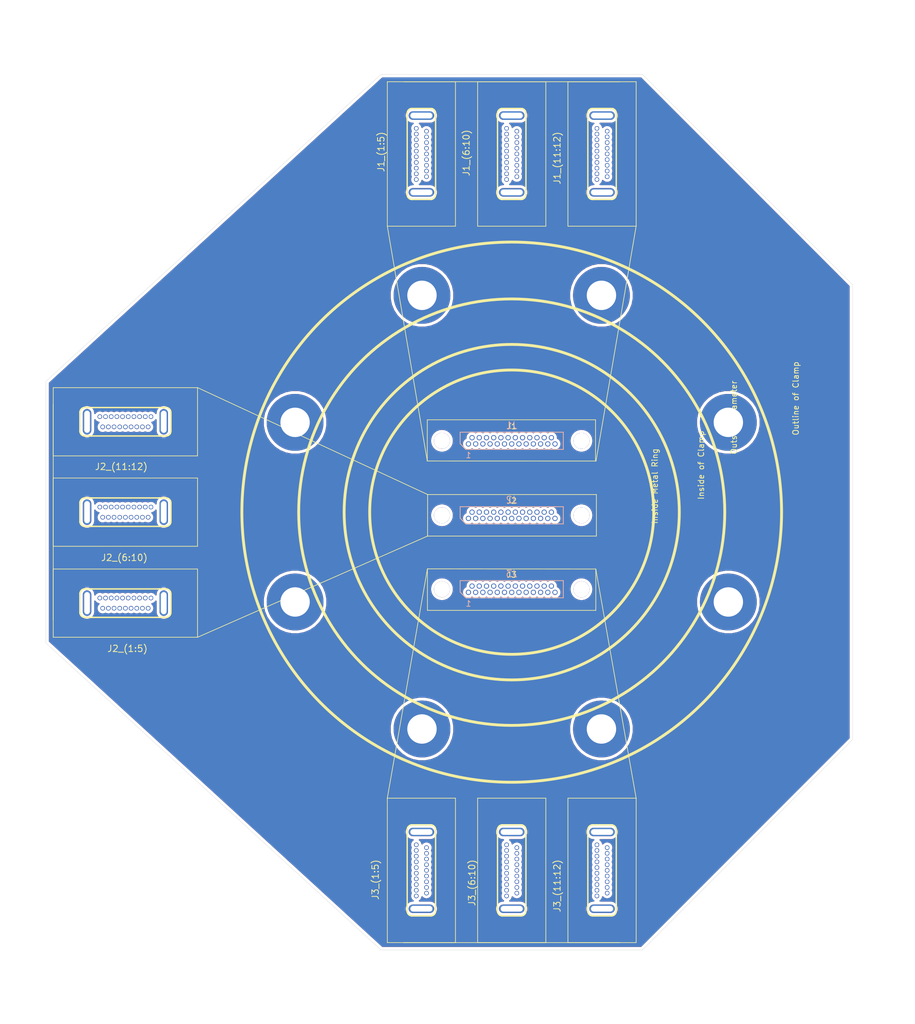
<source format=kicad_pcb>
(kicad_pcb (version 20171130) (host pcbnew "(5.1.9)-1")
  (layers (0 F.Cu signal) (1 In1.Cu signal) (2 In2.Cu signal) (31 B.Cu signal) (34 B.Paste user) (35 F.Paste user) (36 B.SilkS user) (37 F.SilkS user) (38 B.Mask user) (39 F.Mask user) (44 Edge.Cuts user))
  (net 0 "")
  (net 1 "Net-(J1-Pad19)")
  (net 2 "Net-(J1-Pad18)")
  (net 3 "Net-(J1-Pad17)")
  (net 4 "Net-(J1-Pad16)")
  (net 5 "Net-(J1-Pad15)")
  (net 6 "Net-(J1-Pad14)")
  (net 7 "Net-(J1-Pad13)")
  (net 8 "Net-(J1-Pad12)")
  (net 9 "Net-(J1-Pad11)")
  (net 10 "Net-(J1-Pad10)")
  (net 11 "Net-(J1-Pad9)")
  (net 12 "Net-(J1-Pad8)")
  (net 13 "Net-(J1-Pad7)")
  (net 14 "Net-(J1-Pad6)")
  (net 15 "Net-(J1-Pad5)")
  (net 16 "Net-(J1-Pad4)")
  (net 17 "Net-(J1-Pad3)")
  (net 18 "Net-(J1-Pad2)")
  (net 19 "Net-(J1-Pad1)")
  (net 20 "Net-(J2-Pad1)")
  (net 21 "Net-(J2-Pad2)")
  (net 22 "Net-(J2-Pad3)")
  (net 23 "Net-(J2-Pad4)")
  (net 24 "Net-(J2-Pad5)")
  (net 25 "Net-(J2-Pad6)")
  (net 26 "Net-(J2-Pad7)")
  (net 27 "Net-(J2-Pad8)")
  (net 28 "Net-(J2-Pad9)")
  (net 29 "Net-(J2-Pad10)")
  (net 30 "Net-(J2-Pad11)")
  (net 31 "Net-(J2-Pad12)")
  (net 32 "Net-(J2-Pad13)")
  (net 33 "Net-(J2-Pad14)")
  (net 34 "Net-(J2-Pad15)")
  (net 35 "Net-(J2-Pad16)")
  (net 36 "Net-(J2-Pad17)")
  (net 37 "Net-(J2-Pad18)")
  (net 38 "Net-(J2-Pad19)")
  (net 39 "Net-(J3-Pad1)")
  (net 40 "Net-(J3-Pad2)")
  (net 41 "Net-(J3-Pad3)")
  (net 42 "Net-(J3-Pad4)")
  (net 43 "Net-(J3-Pad5)")
  (net 44 "Net-(J3-Pad6)")
  (net 45 "Net-(J3-Pad7)")
  (net 46 "Net-(J3-Pad8)")
  (net 47 "Net-(J3-Pad9)")
  (net 48 "Net-(J3-Pad10)")
  (net 49 "Net-(J3-Pad11)")
  (net 50 "Net-(J3-Pad12)")
  (net 51 "Net-(J3-Pad13)")
  (net 52 "Net-(J3-Pad14)")
  (net 53 "Net-(J3-Pad15)")
  (net 54 "Net-(J3-Pad16)")
  (net 55 "Net-(J3-Pad17)")
  (net 56 "Net-(J3-Pad18)")
  (net 57 "Net-(J3-Pad19)")
  (net 58 "Net-(J4-Pad13)")
  (net 59 "Net-(J5-Pad1)")
  (net 60 "Net-(J5-Pad2)")
  (net 61 "Net-(J5-Pad3)")
  (net 62 "Net-(J5-Pad4)")
  (net 63 "Net-(J5-Pad5)")
  (net 64 "Net-(J5-Pad6)")
  (net 65 "Net-(J5-Pad7)")
  (net 66 "Net-(J5-Pad8)")
  (net 67 "Net-(J5-Pad9)")
  (net 68 "Net-(J5-Pad10)")
  (net 69 "Net-(J5-Pad11)")
  (net 70 "Net-(J5-Pad12)")
  (net 71 "Net-(J5-Pad13)")
  (net 72 "Net-(J5-Pad14)")
  (net 73 "Net-(J5-Pad15)")
  (net 74 "Net-(J5-Pad16)")
  (net 75 "Net-(J5-Pad17)")
  (net 76 "Net-(J5-Pad18)")
  (net 77 "Net-(J5-Pad19)")
  (net 78 "Net-(J6-Pad19)")
  (net 79 "Net-(J6-Pad18)")
  (net 80 "Net-(J6-Pad17)")
  (net 81 "Net-(J6-Pad16)")
  (net 82 "Net-(J6-Pad15)")
  (net 83 "Net-(J6-Pad14)")
  (net 84 "Net-(J6-Pad13)")
  (net 85 "Net-(J6-Pad12)")
  (net 86 "Net-(J6-Pad11)")
  (net 87 "Net-(J6-Pad10)")
  (net 88 "Net-(J6-Pad9)")
  (net 89 "Net-(J6-Pad8)")
  (net 90 "Net-(J6-Pad7)")
  (net 91 "Net-(J6-Pad6)")
  (net 92 "Net-(J6-Pad5)")
  (net 93 "Net-(J6-Pad4)")
  (net 94 "Net-(J6-Pad3)")
  (net 95 "Net-(J6-Pad2)")
  (net 96 "Net-(J6-Pad1)")
  (net 97 "Net-(J7-Pad19)")
  (net 98 "Net-(J7-Pad18)")
  (net 99 "Net-(J7-Pad17)")
  (net 100 "Net-(J7-Pad16)")
  (net 101 "Net-(J7-Pad15)")
  (net 102 "Net-(J7-Pad14)")
  (net 103 "Net-(J7-Pad13)")
  (net 104 "Net-(J7-Pad12)")
  (net 105 "Net-(J7-Pad11)")
  (net 106 "Net-(J7-Pad10)")
  (net 107 "Net-(J7-Pad9)")
  (net 108 "Net-(J7-Pad8)")
  (net 109 "Net-(J7-Pad7)")
  (net 110 "Net-(J7-Pad6)")
  (net 111 "Net-(J7-Pad5)")
  (net 112 "Net-(J7-Pad4)")
  (net 113 "Net-(J7-Pad3)")
  (net 114 "Net-(J7-Pad2)")
  (net 115 "Net-(J7-Pad1)")
  (net 116 "Net-(J8-Pad13)")
  (net 117 "Net-(J12-Pad23)")
  (net 118 "Net-(J9-Pad18)")
  (net 119 "Net-(J9-Pad17)")
  (net 120 "Net-(J9-Pad16)")
  (net 121 "Net-(J9-Pad15)")
  (net 122 "Net-(J12-Pad10)")
  (net 123 "Net-(J9-Pad13)")
  (net 124 "Net-(J12-Pad22)")
  (net 125 "Net-(J9-Pad11)")
  (net 126 "Net-(J12-Pad9)")
  (net 127 "Net-(J12-Pad21)")
  (net 128 "Net-(J9-Pad8)")
  (net 129 "Net-(J12-Pad8)")
  (net 130 "Net-(J12-Pad20)")
  (net 131 "Net-(J9-Pad5)")
  (net 132 "Net-(J12-Pad7)")
  (net 133 "Net-(J12-Pad19)")
  (net 134 "Net-(J9-Pad2)")
  (net 135 "Net-(J12-Pad6)")
  (net 136 "Net-(J10-Pad1)")
  (net 137 "Net-(J10-Pad2)")
  (net 138 "Net-(J10-Pad3)")
  (net 139 "Net-(J10-Pad4)")
  (net 140 "Net-(J10-Pad5)")
  (net 141 "Net-(J10-Pad6)")
  (net 142 "Net-(J10-Pad7)")
  (net 143 "Net-(J10-Pad8)")
  (net 144 "Net-(J10-Pad9)")
  (net 145 "Net-(J10-Pad10)")
  (net 146 "Net-(J10-Pad11)")
  (net 147 "Net-(J10-Pad12)")
  (net 148 "Net-(J10-Pad13)")
  (net 149 "Net-(J10-Pad14)")
  (net 150 "Net-(J10-Pad15)")
  (net 151 "Net-(J10-Pad16)")
  (net 152 "Net-(J10-Pad17)")
  (net 153 "Net-(J10-Pad18)")
  (net 154 "Net-(J10-Pad19)")
  (net 155 "Net-(J11-Pad1)")
  (net 156 "Net-(J11-Pad2)")
  (net 157 "Net-(J11-Pad3)")
  (net 158 "Net-(J11-Pad4)")
  (net 159 "Net-(J11-Pad5)")
  (net 160 "Net-(J11-Pad6)")
  (net 161 "Net-(J11-Pad7)")
  (net 162 "Net-(J11-Pad8)")
  (net 163 "Net-(J11-Pad9)")
  (net 164 "Net-(J11-Pad10)")
  (net 165 "Net-(J11-Pad11)")
  (net 166 "Net-(J11-Pad12)")
  (net 167 "Net-(J11-Pad13)")
  (net 168 "Net-(J11-Pad14)")
  (net 169 "Net-(J11-Pad15)")
  (net 170 "Net-(J11-Pad16)")
  (net 171 "Net-(J11-Pad17)")
  (net 172 "Net-(J11-Pad18)")
  (net 173 "Net-(J11-Pad19)")
  (net 174 "Net-(J12-Pad13)")
  (net 175 "Net-(J13-Pad1)")
  (module Connector:KF50_Print (layer F.Cu) (at 0 0)
    (fp_text reference J2 (at 0 -2) (layer F.SilkS))
    (fp_text value Conn_01x08)
    (fp_text user "Inside Metal Ring" (at 25.2 -4.57 90) (layer F.SilkS))
    (fp_text user "Outside Diameter" (at 39.11 -16.65 90) (layer F.SilkS))
    (fp_text user "Inside of Clamp" (at 33.34 -8.28 90) (layer F.SilkS))
    (fp_text user "Outline of Clamp" (at 50 -20 90) (layer F.SilkS))
    (pad 1 thru_hole circle (at 15.795259 38.133128 45) (size 10 10) (drill 5.17) (layers *.Cu *.Mask) (net 175 "Net-(J13-Pad1)"))
    (pad 2 thru_hole circle (at 38.133128 15.795259 45) (size 10 10) (drill 5.17) (layers *.Cu *.Mask) (net 175 "Net-(J13-Pad1)"))
    (pad 3 thru_hole circle (at 38.133128 -15.795259 45) (size 10 10) (drill 5.17) (layers *.Cu *.Mask) (net 175 "Net-(J13-Pad1)"))
    (pad 4 thru_hole circle (at 15.795259 -38.133128 45) (size 10 10) (drill 5.17) (layers *.Cu *.Mask) (net 175 "Net-(J13-Pad1)"))
    (pad 5 thru_hole circle (at -15.795259 -38.133128 45) (size 10 10) (drill 5.17) (layers *.Cu *.Mask) (net 175 "Net-(J13-Pad1)"))
    (pad 6 thru_hole circle (at -38.133128 -15.795259 45) (size 10 10) (drill 5.17) (layers *.Cu *.Mask) (net 175 "Net-(J13-Pad1)"))
    (pad 7 thru_hole circle (at -38.133128 15.795259 45) (size 10 10) (drill 5.17) (layers *.Cu *.Mask) (net 175 "Net-(J13-Pad1)"))
    (pad 8 thru_hole circle (at -15.795259 38.133128 45) (size 10 10) (drill 5.17) (layers *.Cu *.Mask) (net 175 "Net-(J13-Pad1)"))
  )
  (module Connector:HDMI-Vertical-Male-JLBPCB (layer F.Cu) (at 0 -63 270)
    (fp_text reference "J1_(6:10)" (at 4 8 90) (layer F.SilkS) (effects (font (size 1.143 1.143) (thickness 0.152)) (justify left)))
    (fp_text value HDMI_A_1.4 hide)
    (pad 0 thru_hole oval (at -6.75 0 270) (size 1.5 4.5) (drill oval 1 3.9) (layers *.Cu *.Mask))
    (pad 0 thru_hole oval (at 6.75 0 270) (size 1.5 4.5) (drill oval 1 3.9) (layers *.Cu *.Mask))
    (pad 19 thru_hole circle (at -4.5 0.9 270) (size 0.8 0.8) (drill 0.55) (layers *.Cu *.Mask) (net 1 "Net-(J1-Pad19)"))
    (pad 18 thru_hole circle (at -4 -0.9 270) (size 0.8 0.8) (drill 0.55) (layers *.Cu *.Mask) (net 2 "Net-(J1-Pad18)"))
    (pad 17 thru_hole circle (at -3.5 0.9 270) (size 0.8 0.8) (drill 0.55) (layers *.Cu *.Mask) (net 3 "Net-(J1-Pad17)"))
    (pad 16 thru_hole circle (at -3 -0.9 270) (size 0.8 0.8) (drill 0.55) (layers *.Cu *.Mask) (net 4 "Net-(J1-Pad16)"))
    (pad 15 thru_hole circle (at -2.5 0.9 270) (size 0.8 0.8) (drill 0.55) (layers *.Cu *.Mask) (net 5 "Net-(J1-Pad15)"))
    (pad 14 thru_hole circle (at -2 -0.9 270) (size 0.8 0.8) (drill 0.55) (layers *.Cu *.Mask) (net 6 "Net-(J1-Pad14)"))
    (pad 13 thru_hole circle (at -1.5 0.9 270) (size 0.8 0.8) (drill 0.55) (layers *.Cu *.Mask) (net 7 "Net-(J1-Pad13)"))
    (pad 12 thru_hole circle (at -1 -0.9 270) (size 0.8 0.8) (drill 0.55) (layers *.Cu *.Mask) (net 8 "Net-(J1-Pad12)"))
    (pad 11 thru_hole circle (at -0.5 0.9 270) (size 0.8 0.8) (drill 0.55) (layers *.Cu *.Mask) (net 9 "Net-(J1-Pad11)"))
    (pad 10 thru_hole circle (at 0 -0.9 270) (size 0.8 0.8) (drill 0.55) (layers *.Cu *.Mask) (net 10 "Net-(J1-Pad10)"))
    (pad 9 thru_hole circle (at 0.5 0.9 270) (size 0.8 0.8) (drill 0.55) (layers *.Cu *.Mask) (net 11 "Net-(J1-Pad9)"))
    (pad 8 thru_hole circle (at 1 -0.9 270) (size 0.8 0.8) (drill 0.55) (layers *.Cu *.Mask) (net 12 "Net-(J1-Pad8)"))
    (pad 7 thru_hole circle (at 1.5 0.9 270) (size 0.8 0.8) (drill 0.55) (layers *.Cu *.Mask) (net 13 "Net-(J1-Pad7)"))
    (pad 6 thru_hole circle (at 2 -0.9 270) (size 0.8 0.8) (drill 0.55) (layers *.Cu *.Mask) (net 14 "Net-(J1-Pad6)"))
    (pad 5 thru_hole circle (at 2.5 0.9 270) (size 0.8 0.8) (drill 0.55) (layers *.Cu *.Mask) (net 15 "Net-(J1-Pad5)"))
    (pad 4 thru_hole circle (at 3 -0.9 270) (size 0.8 0.8) (drill 0.55) (layers *.Cu *.Mask) (net 16 "Net-(J1-Pad4)"))
    (pad 3 thru_hole circle (at 3.5 0.9 270) (size 0.8 0.8) (drill 0.55) (layers *.Cu *.Mask) (net 17 "Net-(J1-Pad3)"))
    (pad 2 thru_hole circle (at 4 -0.9 270) (size 0.8 0.8) (drill 0.55) (layers *.Cu *.Mask) (net 18 "Net-(J1-Pad2)"))
    (pad 1 thru_hole circle (at 4.5 0.9 270) (size 0.8 0.8) (drill 0.55) (layers *.Cu *.Mask) (net 19 "Net-(J1-Pad1)"))
  )
  (module Connector:Norcomp-380-025-113L001-microd_NoLeads (layer B.Cu) (at 0 -12.55)
    (fp_text reference J1 (at 0 -2.71) (layer B.SilkS) (effects (font (size 1.2 1.2)) (justify mirror)))
    (fp_text value DB25_Male)
    (fp_text user J1 (at 0 -2.55) (layer F.SilkS))
    (fp_text user 1 (at -7.62 2.54) (layer B.SilkS) (effects (justify mirror)))
    (pad 27 thru_hole oval (at -12.275 0) (size 2.81 2.81) (drill 2.81) (layers *.Cu *.Mask))
    (pad 26 thru_hole oval (at 12.275 0) (size 2.81 2.81) (drill 2.81) (layers *.Cu *.Mask))
    (pad 13 thru_hole oval (at 7.62 0.55) (size 0.92 0.92) (drill 0.61) (layers *.Cu *.Mask) (net 58 "Net-(J4-Pad13)"))
    (pad 25 thru_hole oval (at 6.985 -0.55) (size 0.92 0.92) (drill 0.61) (layers *.Cu *.Mask) (net 44 "Net-(J3-Pad6)"))
    (pad 12 thru_hole oval (at 6.35 0.55) (size 0.92 0.92) (drill 0.61) (layers *.Cu *.Mask) (net 42 "Net-(J3-Pad4)"))
    (pad 24 thru_hole oval (at 5.715 -0.55) (size 0.92 0.92) (drill 0.61) (layers *.Cu *.Mask) (net 41 "Net-(J3-Pad3)"))
    (pad 11 thru_hole oval (at 5.08 0.55) (size 0.92 0.92) (drill 0.61) (layers *.Cu *.Mask) (net 39 "Net-(J3-Pad1)"))
    (pad 23 thru_hole oval (at 4.445 -0.55) (size 0.92 0.92) (drill 0.61) (layers *.Cu *.Mask) (net 1 "Net-(J1-Pad19)"))
    (pad 10 thru_hole oval (at 3.81 0.55) (size 0.92 0.92) (drill 0.61) (layers *.Cu *.Mask) (net 6 "Net-(J1-Pad14)"))
    (pad 22 thru_hole oval (at 3.175 -0.55) (size 0.92 0.92) (drill 0.61) (layers *.Cu *.Mask) (net 8 "Net-(J1-Pad12)"))
    (pad 9 thru_hole oval (at 2.54 0.55) (size 0.92 0.92) (drill 0.61) (layers *.Cu *.Mask) (net 10 "Net-(J1-Pad10)"))
    (pad 21 thru_hole oval (at 1.905 -0.55) (size 0.92 0.92) (drill 0.61) (layers *.Cu *.Mask) (net 11 "Net-(J1-Pad9)"))
    (pad 8 thru_hole oval (at 1.27 0.55) (size 0.92 0.92) (drill 0.61) (layers *.Cu *.Mask) (net 13 "Net-(J1-Pad7)"))
    (pad 20 thru_hole oval (at 0.635 -0.55) (size 0.92 0.92) (drill 0.61) (layers *.Cu *.Mask) (net 14 "Net-(J1-Pad6)"))
    (pad 7 thru_hole oval (at 0 0.55) (size 0.92 0.92) (drill 0.61) (layers *.Cu *.Mask) (net 16 "Net-(J1-Pad4)"))
    (pad 19 thru_hole oval (at -0.635 -0.55) (size 0.92 0.92) (drill 0.61) (layers *.Cu *.Mask) (net 17 "Net-(J1-Pad3)"))
    (pad 6 thru_hole oval (at -1.27 0.55) (size 0.92 0.92) (drill 0.61) (layers *.Cu *.Mask) (net 19 "Net-(J1-Pad1)"))
    (pad 18 thru_hole oval (at -1.905 -0.55) (size 0.92 0.92) (drill 0.61) (layers *.Cu *.Mask) (net 38 "Net-(J2-Pad19)"))
    (pad 5 thru_hole oval (at -2.54 0.55) (size 0.92 0.92) (drill 0.61) (layers *.Cu *.Mask) (net 33 "Net-(J2-Pad14)"))
    (pad 17 thru_hole oval (at -3.175 -0.55) (size 0.92 0.92) (drill 0.61) (layers *.Cu *.Mask) (net 31 "Net-(J2-Pad12)"))
    (pad 4 thru_hole oval (at -3.81 0.55) (size 0.92 0.92) (drill 0.61) (layers *.Cu *.Mask) (net 29 "Net-(J2-Pad10)"))
    (pad 16 thru_hole oval (at -4.445 -0.55) (size 0.92 0.92) (drill 0.61) (layers *.Cu *.Mask) (net 28 "Net-(J2-Pad9)"))
    (pad 3 thru_hole oval (at -5.08 0.55) (size 0.92 0.92) (drill 0.61) (layers *.Cu *.Mask) (net 26 "Net-(J2-Pad7)"))
    (pad 15 thru_hole oval (at -5.715 -0.55) (size 0.92 0.92) (drill 0.61) (layers *.Cu *.Mask) (net 25 "Net-(J2-Pad6)"))
    (pad 2 thru_hole oval (at -6.35 0.55) (size 0.92 0.92) (drill 0.61) (layers *.Cu *.Mask) (net 23 "Net-(J2-Pad4)"))
    (pad 14 thru_hole oval (at -6.985 -0.55) (size 0.92 0.92) (drill 0.61) (layers *.Cu *.Mask) (net 22 "Net-(J2-Pad3)"))
    (pad 1 thru_hole oval (at -7.62 0.55) (size 0.92 0.92) (drill 0.61) (layers *.Cu *.Mask) (net 20 "Net-(J2-Pad1)"))
  )
  (module Connector:HDMI-Vertical-Male-JLBPCB (layer F.Cu) (at 0 63 270)
    (fp_text reference "J3_(6:10)" (at -2 7 90) (layer F.SilkS) (effects (font (size 1.143 1.143) (thickness 0.152)) (justify right)))
    (fp_text value HDMI_A_1.4 hide)
    (pad 0 thru_hole oval (at -6.75 0 270) (size 1.5 4.5) (drill oval 1 3.9) (layers *.Cu *.Mask))
    (pad 0 thru_hole oval (at 6.75 0 270) (size 1.5 4.5) (drill oval 1 3.9) (layers *.Cu *.Mask))
    (pad 19 thru_hole circle (at -4.5 0.9 270) (size 0.8 0.8) (drill 0.55) (layers *.Cu *.Mask) (net 117 "Net-(J12-Pad23)"))
    (pad 18 thru_hole circle (at -4 -0.9 270) (size 0.8 0.8) (drill 0.55) (layers *.Cu *.Mask) (net 118 "Net-(J9-Pad18)"))
    (pad 17 thru_hole circle (at -3.5 0.9 270) (size 0.8 0.8) (drill 0.55) (layers *.Cu *.Mask) (net 119 "Net-(J9-Pad17)"))
    (pad 16 thru_hole circle (at -3 -0.9 270) (size 0.8 0.8) (drill 0.55) (layers *.Cu *.Mask) (net 120 "Net-(J9-Pad16)"))
    (pad 15 thru_hole circle (at -2.5 0.9 270) (size 0.8 0.8) (drill 0.55) (layers *.Cu *.Mask) (net 121 "Net-(J9-Pad15)"))
    (pad 14 thru_hole circle (at -2 -0.9 270) (size 0.8 0.8) (drill 0.55) (layers *.Cu *.Mask) (net 122 "Net-(J12-Pad10)"))
    (pad 13 thru_hole circle (at -1.5 0.9 270) (size 0.8 0.8) (drill 0.55) (layers *.Cu *.Mask) (net 123 "Net-(J9-Pad13)"))
    (pad 12 thru_hole circle (at -1 -0.9 270) (size 0.8 0.8) (drill 0.55) (layers *.Cu *.Mask) (net 124 "Net-(J12-Pad22)"))
    (pad 11 thru_hole circle (at -0.5 0.9 270) (size 0.8 0.8) (drill 0.55) (layers *.Cu *.Mask) (net 125 "Net-(J9-Pad11)"))
    (pad 10 thru_hole circle (at 0 -0.9 270) (size 0.8 0.8) (drill 0.55) (layers *.Cu *.Mask) (net 126 "Net-(J12-Pad9)"))
    (pad 9 thru_hole circle (at 0.5 0.9 270) (size 0.8 0.8) (drill 0.55) (layers *.Cu *.Mask) (net 127 "Net-(J12-Pad21)"))
    (pad 8 thru_hole circle (at 1 -0.9 270) (size 0.8 0.8) (drill 0.55) (layers *.Cu *.Mask) (net 128 "Net-(J9-Pad8)"))
    (pad 7 thru_hole circle (at 1.5 0.9 270) (size 0.8 0.8) (drill 0.55) (layers *.Cu *.Mask) (net 129 "Net-(J12-Pad8)"))
    (pad 6 thru_hole circle (at 2 -0.9 270) (size 0.8 0.8) (drill 0.55) (layers *.Cu *.Mask) (net 130 "Net-(J12-Pad20)"))
    (pad 5 thru_hole circle (at 2.5 0.9 270) (size 0.8 0.8) (drill 0.55) (layers *.Cu *.Mask) (net 131 "Net-(J9-Pad5)"))
    (pad 4 thru_hole circle (at 3 -0.9 270) (size 0.8 0.8) (drill 0.55) (layers *.Cu *.Mask) (net 132 "Net-(J12-Pad7)"))
    (pad 3 thru_hole circle (at 3.5 0.9 270) (size 0.8 0.8) (drill 0.55) (layers *.Cu *.Mask) (net 133 "Net-(J12-Pad19)"))
    (pad 2 thru_hole circle (at 4 -0.9 270) (size 0.8 0.8) (drill 0.55) (layers *.Cu *.Mask) (net 134 "Net-(J9-Pad2)"))
    (pad 1 thru_hole circle (at 4.5 0.9 270) (size 0.8 0.8) (drill 0.55) (layers *.Cu *.Mask) (net 135 "Net-(J12-Pad6)"))
  )
  (module Connector:HDMI-Vertical-Male-JLBPCB (layer F.Cu) (at 15.9 63 270)
    (fp_text reference "J3_(11:12)" (at -2 7.9 90) (layer F.SilkS) (effects (font (size 1.143 1.143) (thickness 0.152)) (justify right)))
    (fp_text value HDMI_A_1.4 hide)
    (pad 0 thru_hole oval (at -6.75 0 270) (size 1.5 4.5) (drill oval 1 3.9) (layers *.Cu *.Mask))
    (pad 0 thru_hole oval (at 6.75 0 270) (size 1.5 4.5) (drill oval 1 3.9) (layers *.Cu *.Mask))
    (pad 19 thru_hole circle (at -4.5 0.9 270) (size 0.8 0.8) (drill 0.55) (layers *.Cu *.Mask) (net 173 "Net-(J11-Pad19)"))
    (pad 18 thru_hole circle (at -4 -0.9 270) (size 0.8 0.8) (drill 0.55) (layers *.Cu *.Mask) (net 172 "Net-(J11-Pad18)"))
    (pad 17 thru_hole circle (at -3.5 0.9 270) (size 0.8 0.8) (drill 0.55) (layers *.Cu *.Mask) (net 171 "Net-(J11-Pad17)"))
    (pad 16 thru_hole circle (at -3 -0.9 270) (size 0.8 0.8) (drill 0.55) (layers *.Cu *.Mask) (net 170 "Net-(J11-Pad16)"))
    (pad 15 thru_hole circle (at -2.5 0.9 270) (size 0.8 0.8) (drill 0.55) (layers *.Cu *.Mask) (net 169 "Net-(J11-Pad15)"))
    (pad 14 thru_hole circle (at -2 -0.9 270) (size 0.8 0.8) (drill 0.55) (layers *.Cu *.Mask) (net 168 "Net-(J11-Pad14)"))
    (pad 13 thru_hole circle (at -1.5 0.9 270) (size 0.8 0.8) (drill 0.55) (layers *.Cu *.Mask) (net 167 "Net-(J11-Pad13)"))
    (pad 12 thru_hole circle (at -1 -0.9 270) (size 0.8 0.8) (drill 0.55) (layers *.Cu *.Mask) (net 166 "Net-(J11-Pad12)"))
    (pad 11 thru_hole circle (at -0.5 0.9 270) (size 0.8 0.8) (drill 0.55) (layers *.Cu *.Mask) (net 165 "Net-(J11-Pad11)"))
    (pad 10 thru_hole circle (at 0 -0.9 270) (size 0.8 0.8) (drill 0.55) (layers *.Cu *.Mask) (net 164 "Net-(J11-Pad10)"))
    (pad 9 thru_hole circle (at 0.5 0.9 270) (size 0.8 0.8) (drill 0.55) (layers *.Cu *.Mask) (net 163 "Net-(J11-Pad9)"))
    (pad 8 thru_hole circle (at 1 -0.9 270) (size 0.8 0.8) (drill 0.55) (layers *.Cu *.Mask) (net 162 "Net-(J11-Pad8)"))
    (pad 7 thru_hole circle (at 1.5 0.9 270) (size 0.8 0.8) (drill 0.55) (layers *.Cu *.Mask) (net 161 "Net-(J11-Pad7)"))
    (pad 6 thru_hole circle (at 2 -0.9 270) (size 0.8 0.8) (drill 0.55) (layers *.Cu *.Mask) (net 160 "Net-(J11-Pad6)"))
    (pad 5 thru_hole circle (at 2.5 0.9 270) (size 0.8 0.8) (drill 0.55) (layers *.Cu *.Mask) (net 159 "Net-(J11-Pad5)"))
    (pad 4 thru_hole circle (at 3 -0.9 270) (size 0.8 0.8) (drill 0.55) (layers *.Cu *.Mask) (net 158 "Net-(J11-Pad4)"))
    (pad 3 thru_hole circle (at 3.5 0.9 270) (size 0.8 0.8) (drill 0.55) (layers *.Cu *.Mask) (net 157 "Net-(J11-Pad3)"))
    (pad 2 thru_hole circle (at 4 -0.9 270) (size 0.8 0.8) (drill 0.55) (layers *.Cu *.Mask) (net 156 "Net-(J11-Pad2)"))
    (pad 1 thru_hole circle (at 4.5 0.9 270) (size 0.8 0.8) (drill 0.55) (layers *.Cu *.Mask) (net 155 "Net-(J11-Pad1)"))
  )
  (module Connector:HDMI-Vertical-Male-JLBPCB (layer F.Cu) (at -15.9 -63 270)
    (fp_text reference "J1_(1:5)" (at -4 7.1 90) (layer F.SilkS) (effects (font (size 1.143 1.143) (thickness 0.152)) (justify right)))
    (fp_text value HDMI_A_1.4 hide)
    (pad 0 thru_hole oval (at -6.75 0 270) (size 1.5 4.5) (drill oval 1 3.9) (layers *.Cu *.Mask))
    (pad 0 thru_hole oval (at 6.75 0 270) (size 1.5 4.5) (drill oval 1 3.9) (layers *.Cu *.Mask))
    (pad 19 thru_hole circle (at -4.5 0.9 270) (size 0.8 0.8) (drill 0.55) (layers *.Cu *.Mask) (net 38 "Net-(J2-Pad19)"))
    (pad 18 thru_hole circle (at -4 -0.9 270) (size 0.8 0.8) (drill 0.55) (layers *.Cu *.Mask) (net 37 "Net-(J2-Pad18)"))
    (pad 17 thru_hole circle (at -3.5 0.9 270) (size 0.8 0.8) (drill 0.55) (layers *.Cu *.Mask) (net 36 "Net-(J2-Pad17)"))
    (pad 16 thru_hole circle (at -3 -0.9 270) (size 0.8 0.8) (drill 0.55) (layers *.Cu *.Mask) (net 35 "Net-(J2-Pad16)"))
    (pad 15 thru_hole circle (at -2.5 0.9 270) (size 0.8 0.8) (drill 0.55) (layers *.Cu *.Mask) (net 34 "Net-(J2-Pad15)"))
    (pad 14 thru_hole circle (at -2 -0.9 270) (size 0.8 0.8) (drill 0.55) (layers *.Cu *.Mask) (net 33 "Net-(J2-Pad14)"))
    (pad 13 thru_hole circle (at -1.5 0.9 270) (size 0.8 0.8) (drill 0.55) (layers *.Cu *.Mask) (net 32 "Net-(J2-Pad13)"))
    (pad 12 thru_hole circle (at -1 -0.9 270) (size 0.8 0.8) (drill 0.55) (layers *.Cu *.Mask) (net 31 "Net-(J2-Pad12)"))
    (pad 11 thru_hole circle (at -0.5 0.9 270) (size 0.8 0.8) (drill 0.55) (layers *.Cu *.Mask) (net 30 "Net-(J2-Pad11)"))
    (pad 10 thru_hole circle (at 0 -0.9 270) (size 0.8 0.8) (drill 0.55) (layers *.Cu *.Mask) (net 29 "Net-(J2-Pad10)"))
    (pad 9 thru_hole circle (at 0.5 0.9 270) (size 0.8 0.8) (drill 0.55) (layers *.Cu *.Mask) (net 28 "Net-(J2-Pad9)"))
    (pad 8 thru_hole circle (at 1 -0.9 270) (size 0.8 0.8) (drill 0.55) (layers *.Cu *.Mask) (net 27 "Net-(J2-Pad8)"))
    (pad 7 thru_hole circle (at 1.5 0.9 270) (size 0.8 0.8) (drill 0.55) (layers *.Cu *.Mask) (net 26 "Net-(J2-Pad7)"))
    (pad 6 thru_hole circle (at 2 -0.9 270) (size 0.8 0.8) (drill 0.55) (layers *.Cu *.Mask) (net 25 "Net-(J2-Pad6)"))
    (pad 5 thru_hole circle (at 2.5 0.9 270) (size 0.8 0.8) (drill 0.55) (layers *.Cu *.Mask) (net 24 "Net-(J2-Pad5)"))
    (pad 4 thru_hole circle (at 3 -0.9 270) (size 0.8 0.8) (drill 0.55) (layers *.Cu *.Mask) (net 23 "Net-(J2-Pad4)"))
    (pad 3 thru_hole circle (at 3.5 0.9 270) (size 0.8 0.8) (drill 0.55) (layers *.Cu *.Mask) (net 22 "Net-(J2-Pad3)"))
    (pad 2 thru_hole circle (at 4 -0.9 270) (size 0.8 0.8) (drill 0.55) (layers *.Cu *.Mask) (net 21 "Net-(J2-Pad2)"))
    (pad 1 thru_hole circle (at 4.5 0.9 270) (size 0.8 0.8) (drill 0.55) (layers *.Cu *.Mask) (net 20 "Net-(J2-Pad1)"))
  )
  (module Connector:HDMI-Vertical-Male-JLBPCB (layer F.Cu) (at 15.9 -63 270)
    (fp_text reference "J1_(11:12)" (at -4 7.9 90) (layer F.SilkS) (effects (font (size 1.143 1.143) (thickness 0.152)) (justify right)))
    (fp_text value HDMI_A_1.4 hide)
    (pad 0 thru_hole oval (at -6.75 0 270) (size 1.5 4.5) (drill oval 1 3.9) (layers *.Cu *.Mask))
    (pad 0 thru_hole oval (at 6.75 0 270) (size 1.5 4.5) (drill oval 1 3.9) (layers *.Cu *.Mask))
    (pad 19 thru_hole circle (at -4.5 0.9 270) (size 0.8 0.8) (drill 0.55) (layers *.Cu *.Mask) (net 57 "Net-(J3-Pad19)"))
    (pad 18 thru_hole circle (at -4 -0.9 270) (size 0.8 0.8) (drill 0.55) (layers *.Cu *.Mask) (net 56 "Net-(J3-Pad18)"))
    (pad 17 thru_hole circle (at -3.5 0.9 270) (size 0.8 0.8) (drill 0.55) (layers *.Cu *.Mask) (net 55 "Net-(J3-Pad17)"))
    (pad 16 thru_hole circle (at -3 -0.9 270) (size 0.8 0.8) (drill 0.55) (layers *.Cu *.Mask) (net 54 "Net-(J3-Pad16)"))
    (pad 15 thru_hole circle (at -2.5 0.9 270) (size 0.8 0.8) (drill 0.55) (layers *.Cu *.Mask) (net 53 "Net-(J3-Pad15)"))
    (pad 14 thru_hole circle (at -2 -0.9 270) (size 0.8 0.8) (drill 0.55) (layers *.Cu *.Mask) (net 52 "Net-(J3-Pad14)"))
    (pad 13 thru_hole circle (at -1.5 0.9 270) (size 0.8 0.8) (drill 0.55) (layers *.Cu *.Mask) (net 51 "Net-(J3-Pad13)"))
    (pad 12 thru_hole circle (at -1 -0.9 270) (size 0.8 0.8) (drill 0.55) (layers *.Cu *.Mask) (net 50 "Net-(J3-Pad12)"))
    (pad 11 thru_hole circle (at -0.5 0.9 270) (size 0.8 0.8) (drill 0.55) (layers *.Cu *.Mask) (net 49 "Net-(J3-Pad11)"))
    (pad 10 thru_hole circle (at 0 -0.9 270) (size 0.8 0.8) (drill 0.55) (layers *.Cu *.Mask) (net 48 "Net-(J3-Pad10)"))
    (pad 9 thru_hole circle (at 0.5 0.9 270) (size 0.8 0.8) (drill 0.55) (layers *.Cu *.Mask) (net 47 "Net-(J3-Pad9)"))
    (pad 8 thru_hole circle (at 1 -0.9 270) (size 0.8 0.8) (drill 0.55) (layers *.Cu *.Mask) (net 46 "Net-(J3-Pad8)"))
    (pad 7 thru_hole circle (at 1.5 0.9 270) (size 0.8 0.8) (drill 0.55) (layers *.Cu *.Mask) (net 45 "Net-(J3-Pad7)"))
    (pad 6 thru_hole circle (at 2 -0.9 270) (size 0.8 0.8) (drill 0.55) (layers *.Cu *.Mask) (net 44 "Net-(J3-Pad6)"))
    (pad 5 thru_hole circle (at 2.5 0.9 270) (size 0.8 0.8) (drill 0.55) (layers *.Cu *.Mask) (net 43 "Net-(J3-Pad5)"))
    (pad 4 thru_hole circle (at 3 -0.9 270) (size 0.8 0.8) (drill 0.55) (layers *.Cu *.Mask) (net 42 "Net-(J3-Pad4)"))
    (pad 3 thru_hole circle (at 3.5 0.9 270) (size 0.8 0.8) (drill 0.55) (layers *.Cu *.Mask) (net 41 "Net-(J3-Pad3)"))
    (pad 2 thru_hole circle (at 4 -0.9 270) (size 0.8 0.8) (drill 0.55) (layers *.Cu *.Mask) (net 40 "Net-(J3-Pad2)"))
    (pad 1 thru_hole circle (at 4.5 0.9 270) (size 0.8 0.8) (drill 0.55) (layers *.Cu *.Mask) (net 39 "Net-(J3-Pad1)"))
  )
  (module Connector:HDMI-Vertical-Male-JLBPCB (layer F.Cu) (at -68 0 180)
    (fp_text reference "J2_(6:10)" (at -4 -8) (layer F.SilkS) (effects (font (size 1.143 1.143) (thickness 0.152)) (justify right)))
    (fp_text value HDMI_A_1.4 hide)
    (pad 0 thru_hole oval (at -6.75 0 180) (size 1.5 4.5) (drill oval 1 3.9) (layers *.Cu *.Mask))
    (pad 0 thru_hole oval (at 6.75 0 180) (size 1.5 4.5) (drill oval 1 3.9) (layers *.Cu *.Mask))
    (pad 19 thru_hole circle (at -4.5 0.9 180) (size 0.8 0.8) (drill 0.55) (layers *.Cu *.Mask) (net 77 "Net-(J5-Pad19)"))
    (pad 18 thru_hole circle (at -4 -0.9 180) (size 0.8 0.8) (drill 0.55) (layers *.Cu *.Mask) (net 76 "Net-(J5-Pad18)"))
    (pad 17 thru_hole circle (at -3.5 0.9 180) (size 0.8 0.8) (drill 0.55) (layers *.Cu *.Mask) (net 75 "Net-(J5-Pad17)"))
    (pad 16 thru_hole circle (at -3 -0.9 180) (size 0.8 0.8) (drill 0.55) (layers *.Cu *.Mask) (net 74 "Net-(J5-Pad16)"))
    (pad 15 thru_hole circle (at -2.5 0.9 180) (size 0.8 0.8) (drill 0.55) (layers *.Cu *.Mask) (net 73 "Net-(J5-Pad15)"))
    (pad 14 thru_hole circle (at -2 -0.9 180) (size 0.8 0.8) (drill 0.55) (layers *.Cu *.Mask) (net 72 "Net-(J5-Pad14)"))
    (pad 13 thru_hole circle (at -1.5 0.9 180) (size 0.8 0.8) (drill 0.55) (layers *.Cu *.Mask) (net 71 "Net-(J5-Pad13)"))
    (pad 12 thru_hole circle (at -1 -0.9 180) (size 0.8 0.8) (drill 0.55) (layers *.Cu *.Mask) (net 70 "Net-(J5-Pad12)"))
    (pad 11 thru_hole circle (at -0.5 0.9 180) (size 0.8 0.8) (drill 0.55) (layers *.Cu *.Mask) (net 69 "Net-(J5-Pad11)"))
    (pad 10 thru_hole circle (at 0 -0.9 180) (size 0.8 0.8) (drill 0.55) (layers *.Cu *.Mask) (net 68 "Net-(J5-Pad10)"))
    (pad 9 thru_hole circle (at 0.5 0.9 180) (size 0.8 0.8) (drill 0.55) (layers *.Cu *.Mask) (net 67 "Net-(J5-Pad9)"))
    (pad 8 thru_hole circle (at 1 -0.9 180) (size 0.8 0.8) (drill 0.55) (layers *.Cu *.Mask) (net 66 "Net-(J5-Pad8)"))
    (pad 7 thru_hole circle (at 1.5 0.9 180) (size 0.8 0.8) (drill 0.55) (layers *.Cu *.Mask) (net 65 "Net-(J5-Pad7)"))
    (pad 6 thru_hole circle (at 2 -0.9 180) (size 0.8 0.8) (drill 0.55) (layers *.Cu *.Mask) (net 64 "Net-(J5-Pad6)"))
    (pad 5 thru_hole circle (at 2.5 0.9 180) (size 0.8 0.8) (drill 0.55) (layers *.Cu *.Mask) (net 63 "Net-(J5-Pad5)"))
    (pad 4 thru_hole circle (at 3 -0.9 180) (size 0.8 0.8) (drill 0.55) (layers *.Cu *.Mask) (net 62 "Net-(J5-Pad4)"))
    (pad 3 thru_hole circle (at 3.5 0.9 180) (size 0.8 0.8) (drill 0.55) (layers *.Cu *.Mask) (net 61 "Net-(J5-Pad3)"))
    (pad 2 thru_hole circle (at 4 -0.9 180) (size 0.8 0.8) (drill 0.55) (layers *.Cu *.Mask) (net 60 "Net-(J5-Pad2)"))
    (pad 1 thru_hole circle (at 4.5 0.9 180) (size 0.8 0.8) (drill 0.55) (layers *.Cu *.Mask) (net 59 "Net-(J5-Pad1)"))
  )
  (module Connector:HDMI-Vertical-Male-JLBPCB (layer F.Cu) (at -68 16 180)
    (fp_text reference "J2_(1:5)" (at -4 -8) (layer F.SilkS) (effects (font (size 1.143 1.143) (thickness 0.152)) (justify right)))
    (fp_text value HDMI_A_1.4 hide)
    (pad 0 thru_hole oval (at -6.75 0 180) (size 1.5 4.5) (drill oval 1 3.9) (layers *.Cu *.Mask))
    (pad 0 thru_hole oval (at 6.75 0 180) (size 1.5 4.5) (drill oval 1 3.9) (layers *.Cu *.Mask))
    (pad 19 thru_hole circle (at -4.5 0.9 180) (size 0.8 0.8) (drill 0.55) (layers *.Cu *.Mask) (net 78 "Net-(J6-Pad19)"))
    (pad 18 thru_hole circle (at -4 -0.9 180) (size 0.8 0.8) (drill 0.55) (layers *.Cu *.Mask) (net 79 "Net-(J6-Pad18)"))
    (pad 17 thru_hole circle (at -3.5 0.9 180) (size 0.8 0.8) (drill 0.55) (layers *.Cu *.Mask) (net 80 "Net-(J6-Pad17)"))
    (pad 16 thru_hole circle (at -3 -0.9 180) (size 0.8 0.8) (drill 0.55) (layers *.Cu *.Mask) (net 81 "Net-(J6-Pad16)"))
    (pad 15 thru_hole circle (at -2.5 0.9 180) (size 0.8 0.8) (drill 0.55) (layers *.Cu *.Mask) (net 82 "Net-(J6-Pad15)"))
    (pad 14 thru_hole circle (at -2 -0.9 180) (size 0.8 0.8) (drill 0.55) (layers *.Cu *.Mask) (net 83 "Net-(J6-Pad14)"))
    (pad 13 thru_hole circle (at -1.5 0.9 180) (size 0.8 0.8) (drill 0.55) (layers *.Cu *.Mask) (net 84 "Net-(J6-Pad13)"))
    (pad 12 thru_hole circle (at -1 -0.9 180) (size 0.8 0.8) (drill 0.55) (layers *.Cu *.Mask) (net 85 "Net-(J6-Pad12)"))
    (pad 11 thru_hole circle (at -0.5 0.9 180) (size 0.8 0.8) (drill 0.55) (layers *.Cu *.Mask) (net 86 "Net-(J6-Pad11)"))
    (pad 10 thru_hole circle (at 0 -0.9 180) (size 0.8 0.8) (drill 0.55) (layers *.Cu *.Mask) (net 87 "Net-(J6-Pad10)"))
    (pad 9 thru_hole circle (at 0.5 0.9 180) (size 0.8 0.8) (drill 0.55) (layers *.Cu *.Mask) (net 88 "Net-(J6-Pad9)"))
    (pad 8 thru_hole circle (at 1 -0.9 180) (size 0.8 0.8) (drill 0.55) (layers *.Cu *.Mask) (net 89 "Net-(J6-Pad8)"))
    (pad 7 thru_hole circle (at 1.5 0.9 180) (size 0.8 0.8) (drill 0.55) (layers *.Cu *.Mask) (net 90 "Net-(J6-Pad7)"))
    (pad 6 thru_hole circle (at 2 -0.9 180) (size 0.8 0.8) (drill 0.55) (layers *.Cu *.Mask) (net 91 "Net-(J6-Pad6)"))
    (pad 5 thru_hole circle (at 2.5 0.9 180) (size 0.8 0.8) (drill 0.55) (layers *.Cu *.Mask) (net 92 "Net-(J6-Pad5)"))
    (pad 4 thru_hole circle (at 3 -0.9 180) (size 0.8 0.8) (drill 0.55) (layers *.Cu *.Mask) (net 93 "Net-(J6-Pad4)"))
    (pad 3 thru_hole circle (at 3.5 0.9 180) (size 0.8 0.8) (drill 0.55) (layers *.Cu *.Mask) (net 94 "Net-(J6-Pad3)"))
    (pad 2 thru_hole circle (at 4 -0.9 180) (size 0.8 0.8) (drill 0.55) (layers *.Cu *.Mask) (net 95 "Net-(J6-Pad2)"))
    (pad 1 thru_hole circle (at 4.5 0.9 180) (size 0.8 0.8) (drill 0.55) (layers *.Cu *.Mask) (net 96 "Net-(J6-Pad1)"))
  )
  (module Connector:HDMI-Vertical-Male-JLBPCB (layer F.Cu) (at -68 -15.9 180)
    (fp_text reference "J2_(11:12)" (at -4 -7.9) (layer F.SilkS) (effects (font (size 1.143 1.143) (thickness 0.152)) (justify right)))
    (fp_text value HDMI_A_1.4 hide)
    (pad 0 thru_hole oval (at -6.75 0 180) (size 1.5 4.5) (drill oval 1 3.9) (layers *.Cu *.Mask))
    (pad 0 thru_hole oval (at 6.75 0 180) (size 1.5 4.5) (drill oval 1 3.9) (layers *.Cu *.Mask))
    (pad 19 thru_hole circle (at -4.5 0.9 180) (size 0.8 0.8) (drill 0.55) (layers *.Cu *.Mask) (net 97 "Net-(J7-Pad19)"))
    (pad 18 thru_hole circle (at -4 -0.9 180) (size 0.8 0.8) (drill 0.55) (layers *.Cu *.Mask) (net 98 "Net-(J7-Pad18)"))
    (pad 17 thru_hole circle (at -3.5 0.9 180) (size 0.8 0.8) (drill 0.55) (layers *.Cu *.Mask) (net 99 "Net-(J7-Pad17)"))
    (pad 16 thru_hole circle (at -3 -0.9 180) (size 0.8 0.8) (drill 0.55) (layers *.Cu *.Mask) (net 100 "Net-(J7-Pad16)"))
    (pad 15 thru_hole circle (at -2.5 0.9 180) (size 0.8 0.8) (drill 0.55) (layers *.Cu *.Mask) (net 101 "Net-(J7-Pad15)"))
    (pad 14 thru_hole circle (at -2 -0.9 180) (size 0.8 0.8) (drill 0.55) (layers *.Cu *.Mask) (net 102 "Net-(J7-Pad14)"))
    (pad 13 thru_hole circle (at -1.5 0.9 180) (size 0.8 0.8) (drill 0.55) (layers *.Cu *.Mask) (net 103 "Net-(J7-Pad13)"))
    (pad 12 thru_hole circle (at -1 -0.9 180) (size 0.8 0.8) (drill 0.55) (layers *.Cu *.Mask) (net 104 "Net-(J7-Pad12)"))
    (pad 11 thru_hole circle (at -0.5 0.9 180) (size 0.8 0.8) (drill 0.55) (layers *.Cu *.Mask) (net 105 "Net-(J7-Pad11)"))
    (pad 10 thru_hole circle (at 0 -0.9 180) (size 0.8 0.8) (drill 0.55) (layers *.Cu *.Mask) (net 106 "Net-(J7-Pad10)"))
    (pad 9 thru_hole circle (at 0.5 0.9 180) (size 0.8 0.8) (drill 0.55) (layers *.Cu *.Mask) (net 107 "Net-(J7-Pad9)"))
    (pad 8 thru_hole circle (at 1 -0.9 180) (size 0.8 0.8) (drill 0.55) (layers *.Cu *.Mask) (net 108 "Net-(J7-Pad8)"))
    (pad 7 thru_hole circle (at 1.5 0.9 180) (size 0.8 0.8) (drill 0.55) (layers *.Cu *.Mask) (net 109 "Net-(J7-Pad7)"))
    (pad 6 thru_hole circle (at 2 -0.9 180) (size 0.8 0.8) (drill 0.55) (layers *.Cu *.Mask) (net 110 "Net-(J7-Pad6)"))
    (pad 5 thru_hole circle (at 2.5 0.9 180) (size 0.8 0.8) (drill 0.55) (layers *.Cu *.Mask) (net 111 "Net-(J7-Pad5)"))
    (pad 4 thru_hole circle (at 3 -0.9 180) (size 0.8 0.8) (drill 0.55) (layers *.Cu *.Mask) (net 112 "Net-(J7-Pad4)"))
    (pad 3 thru_hole circle (at 3.5 0.9 180) (size 0.8 0.8) (drill 0.55) (layers *.Cu *.Mask) (net 113 "Net-(J7-Pad3)"))
    (pad 2 thru_hole circle (at 4 -0.9 180) (size 0.8 0.8) (drill 0.55) (layers *.Cu *.Mask) (net 114 "Net-(J7-Pad2)"))
    (pad 1 thru_hole circle (at 4.5 0.9 180) (size 0.8 0.8) (drill 0.55) (layers *.Cu *.Mask) (net 115 "Net-(J7-Pad1)"))
  )
  (module Connector:Norcomp-380-025-113L001-microd_NoLeads (layer B.Cu) (at 0 0.55)
    (fp_text reference J2 (at 0 -2.71) (layer B.SilkS) (effects (font (size 1.2 1.2)) (justify mirror)))
    (fp_text value DB25_Male)
    (pad 27 thru_hole oval (at -12.275 0) (size 2.81 2.81) (drill 2.81) (layers *.Cu *.Mask))
    (pad 26 thru_hole oval (at 12.275 0) (size 2.81 2.81) (drill 2.81) (layers *.Cu *.Mask))
    (pad 13 thru_hole oval (at 7.62 0.55) (size 0.92 0.92) (drill 0.61) (layers *.Cu *.Mask) (net 116 "Net-(J8-Pad13)"))
    (pad 25 thru_hole oval (at 6.985 -0.55) (size 0.92 0.92) (drill 0.61) (layers *.Cu *.Mask) (net 110 "Net-(J7-Pad6)"))
    (pad 12 thru_hole oval (at 6.35 0.55) (size 0.92 0.92) (drill 0.61) (layers *.Cu *.Mask) (net 112 "Net-(J7-Pad4)"))
    (pad 24 thru_hole oval (at 5.715 -0.55) (size 0.92 0.92) (drill 0.61) (layers *.Cu *.Mask) (net 113 "Net-(J7-Pad3)"))
    (pad 11 thru_hole oval (at 5.08 0.55) (size 0.92 0.92) (drill 0.61) (layers *.Cu *.Mask) (net 115 "Net-(J7-Pad1)"))
    (pad 23 thru_hole oval (at 4.445 -0.55) (size 0.92 0.92) (drill 0.61) (layers *.Cu *.Mask) (net 77 "Net-(J5-Pad19)"))
    (pad 10 thru_hole oval (at 3.81 0.55) (size 0.92 0.92) (drill 0.61) (layers *.Cu *.Mask) (net 72 "Net-(J5-Pad14)"))
    (pad 22 thru_hole oval (at 3.175 -0.55) (size 0.92 0.92) (drill 0.61) (layers *.Cu *.Mask) (net 70 "Net-(J5-Pad12)"))
    (pad 9 thru_hole oval (at 2.54 0.55) (size 0.92 0.92) (drill 0.61) (layers *.Cu *.Mask) (net 68 "Net-(J5-Pad10)"))
    (pad 21 thru_hole oval (at 1.905 -0.55) (size 0.92 0.92) (drill 0.61) (layers *.Cu *.Mask) (net 67 "Net-(J5-Pad9)"))
    (pad 8 thru_hole oval (at 1.27 0.55) (size 0.92 0.92) (drill 0.61) (layers *.Cu *.Mask) (net 65 "Net-(J5-Pad7)"))
    (pad 20 thru_hole oval (at 0.635 -0.55) (size 0.92 0.92) (drill 0.61) (layers *.Cu *.Mask) (net 64 "Net-(J5-Pad6)"))
    (pad 7 thru_hole oval (at 0 0.55) (size 0.92 0.92) (drill 0.61) (layers *.Cu *.Mask) (net 62 "Net-(J5-Pad4)"))
    (pad 19 thru_hole oval (at -0.635 -0.55) (size 0.92 0.92) (drill 0.61) (layers *.Cu *.Mask) (net 61 "Net-(J5-Pad3)"))
    (pad 6 thru_hole oval (at -1.27 0.55) (size 0.92 0.92) (drill 0.61) (layers *.Cu *.Mask) (net 59 "Net-(J5-Pad1)"))
    (pad 18 thru_hole oval (at -1.905 -0.55) (size 0.92 0.92) (drill 0.61) (layers *.Cu *.Mask) (net 78 "Net-(J6-Pad19)"))
    (pad 5 thru_hole oval (at -2.54 0.55) (size 0.92 0.92) (drill 0.61) (layers *.Cu *.Mask) (net 83 "Net-(J6-Pad14)"))
    (pad 17 thru_hole oval (at -3.175 -0.55) (size 0.92 0.92) (drill 0.61) (layers *.Cu *.Mask) (net 85 "Net-(J6-Pad12)"))
    (pad 4 thru_hole oval (at -3.81 0.55) (size 0.92 0.92) (drill 0.61) (layers *.Cu *.Mask) (net 87 "Net-(J6-Pad10)"))
    (pad 16 thru_hole oval (at -4.445 -0.55) (size 0.92 0.92) (drill 0.61) (layers *.Cu *.Mask) (net 88 "Net-(J6-Pad9)"))
    (pad 3 thru_hole oval (at -5.08 0.55) (size 0.92 0.92) (drill 0.61) (layers *.Cu *.Mask) (net 90 "Net-(J6-Pad7)"))
    (pad 15 thru_hole oval (at -5.715 -0.55) (size 0.92 0.92) (drill 0.61) (layers *.Cu *.Mask) (net 91 "Net-(J6-Pad6)"))
    (pad 2 thru_hole oval (at -6.35 0.55) (size 0.92 0.92) (drill 0.61) (layers *.Cu *.Mask) (net 93 "Net-(J6-Pad4)"))
    (pad 14 thru_hole oval (at -6.985 -0.55) (size 0.92 0.92) (drill 0.61) (layers *.Cu *.Mask) (net 94 "Net-(J6-Pad3)"))
    (pad 1 thru_hole oval (at -7.62 0.55) (size 0.92 0.92) (drill 0.61) (layers *.Cu *.Mask) (net 96 "Net-(J6-Pad1)"))
  )
  (module Connector:HDMI-Vertical-Male-JLBPCB (layer F.Cu) (at -15.9 63 270)
    (fp_text reference "J3_(1:5)" (at -2 8.1 90) (layer F.SilkS) (effects (font (size 1.143 1.143) (thickness 0.152)) (justify right)))
    (fp_text value HDMI_A_1.4 hide)
    (pad 0 thru_hole oval (at -6.75 0 270) (size 1.5 4.5) (drill oval 1 3.9) (layers *.Cu *.Mask))
    (pad 0 thru_hole oval (at 6.75 0 270) (size 1.5 4.5) (drill oval 1 3.9) (layers *.Cu *.Mask))
    (pad 19 thru_hole circle (at -4.5 0.9 270) (size 0.8 0.8) (drill 0.55) (layers *.Cu *.Mask) (net 154 "Net-(J10-Pad19)"))
    (pad 18 thru_hole circle (at -4 -0.9 270) (size 0.8 0.8) (drill 0.55) (layers *.Cu *.Mask) (net 153 "Net-(J10-Pad18)"))
    (pad 17 thru_hole circle (at -3.5 0.9 270) (size 0.8 0.8) (drill 0.55) (layers *.Cu *.Mask) (net 152 "Net-(J10-Pad17)"))
    (pad 16 thru_hole circle (at -3 -0.9 270) (size 0.8 0.8) (drill 0.55) (layers *.Cu *.Mask) (net 151 "Net-(J10-Pad16)"))
    (pad 15 thru_hole circle (at -2.5 0.9 270) (size 0.8 0.8) (drill 0.55) (layers *.Cu *.Mask) (net 150 "Net-(J10-Pad15)"))
    (pad 14 thru_hole circle (at -2 -0.9 270) (size 0.8 0.8) (drill 0.55) (layers *.Cu *.Mask) (net 149 "Net-(J10-Pad14)"))
    (pad 13 thru_hole circle (at -1.5 0.9 270) (size 0.8 0.8) (drill 0.55) (layers *.Cu *.Mask) (net 148 "Net-(J10-Pad13)"))
    (pad 12 thru_hole circle (at -1 -0.9 270) (size 0.8 0.8) (drill 0.55) (layers *.Cu *.Mask) (net 147 "Net-(J10-Pad12)"))
    (pad 11 thru_hole circle (at -0.5 0.9 270) (size 0.8 0.8) (drill 0.55) (layers *.Cu *.Mask) (net 146 "Net-(J10-Pad11)"))
    (pad 10 thru_hole circle (at 0 -0.9 270) (size 0.8 0.8) (drill 0.55) (layers *.Cu *.Mask) (net 145 "Net-(J10-Pad10)"))
    (pad 9 thru_hole circle (at 0.5 0.9 270) (size 0.8 0.8) (drill 0.55) (layers *.Cu *.Mask) (net 144 "Net-(J10-Pad9)"))
    (pad 8 thru_hole circle (at 1 -0.9 270) (size 0.8 0.8) (drill 0.55) (layers *.Cu *.Mask) (net 143 "Net-(J10-Pad8)"))
    (pad 7 thru_hole circle (at 1.5 0.9 270) (size 0.8 0.8) (drill 0.55) (layers *.Cu *.Mask) (net 142 "Net-(J10-Pad7)"))
    (pad 6 thru_hole circle (at 2 -0.9 270) (size 0.8 0.8) (drill 0.55) (layers *.Cu *.Mask) (net 141 "Net-(J10-Pad6)"))
    (pad 5 thru_hole circle (at 2.5 0.9 270) (size 0.8 0.8) (drill 0.55) (layers *.Cu *.Mask) (net 140 "Net-(J10-Pad5)"))
    (pad 4 thru_hole circle (at 3 -0.9 270) (size 0.8 0.8) (drill 0.55) (layers *.Cu *.Mask) (net 139 "Net-(J10-Pad4)"))
    (pad 3 thru_hole circle (at 3.5 0.9 270) (size 0.8 0.8) (drill 0.55) (layers *.Cu *.Mask) (net 138 "Net-(J10-Pad3)"))
    (pad 2 thru_hole circle (at 4 -0.9 270) (size 0.8 0.8) (drill 0.55) (layers *.Cu *.Mask) (net 137 "Net-(J10-Pad2)"))
    (pad 1 thru_hole circle (at 4.5 0.9 270) (size 0.8 0.8) (drill 0.55) (layers *.Cu *.Mask) (net 136 "Net-(J10-Pad1)"))
  )
  (module Connector:Norcomp-380-025-113L001-microd_NoLeads (layer B.Cu) (at 0 13.55)
    (fp_text reference J3 (at 0 -2.71) (layer B.SilkS) (effects (font (size 1.2 1.2)) (justify mirror)))
    (fp_text value DB25_Male)
    (fp_text user J3 (at 0 -2.55) (layer F.SilkS))
    (fp_text user 1 (at -7.62 2.54) (layer B.SilkS) (effects (justify mirror)))
    (pad 27 thru_hole oval (at -12.275 0) (size 2.81 2.81) (drill 2.81) (layers *.Cu *.Mask))
    (pad 26 thru_hole oval (at 12.275 0) (size 2.81 2.81) (drill 2.81) (layers *.Cu *.Mask))
    (pad 13 thru_hole oval (at 7.62 0.55) (size 0.92 0.92) (drill 0.61) (layers *.Cu *.Mask) (net 174 "Net-(J12-Pad13)"))
    (pad 25 thru_hole oval (at 6.985 -0.55) (size 0.92 0.92) (drill 0.61) (layers *.Cu *.Mask) (net 160 "Net-(J11-Pad6)"))
    (pad 12 thru_hole oval (at 6.35 0.55) (size 0.92 0.92) (drill 0.61) (layers *.Cu *.Mask) (net 158 "Net-(J11-Pad4)"))
    (pad 24 thru_hole oval (at 5.715 -0.55) (size 0.92 0.92) (drill 0.61) (layers *.Cu *.Mask) (net 157 "Net-(J11-Pad3)"))
    (pad 11 thru_hole oval (at 5.08 0.55) (size 0.92 0.92) (drill 0.61) (layers *.Cu *.Mask) (net 155 "Net-(J11-Pad1)"))
    (pad 23 thru_hole oval (at 4.445 -0.55) (size 0.92 0.92) (drill 0.61) (layers *.Cu *.Mask) (net 117 "Net-(J12-Pad23)"))
    (pad 10 thru_hole oval (at 3.81 0.55) (size 0.92 0.92) (drill 0.61) (layers *.Cu *.Mask) (net 122 "Net-(J12-Pad10)"))
    (pad 22 thru_hole oval (at 3.175 -0.55) (size 0.92 0.92) (drill 0.61) (layers *.Cu *.Mask) (net 124 "Net-(J12-Pad22)"))
    (pad 9 thru_hole oval (at 2.54 0.55) (size 0.92 0.92) (drill 0.61) (layers *.Cu *.Mask) (net 126 "Net-(J12-Pad9)"))
    (pad 21 thru_hole oval (at 1.905 -0.55) (size 0.92 0.92) (drill 0.61) (layers *.Cu *.Mask) (net 127 "Net-(J12-Pad21)"))
    (pad 8 thru_hole oval (at 1.27 0.55) (size 0.92 0.92) (drill 0.61) (layers *.Cu *.Mask) (net 129 "Net-(J12-Pad8)"))
    (pad 20 thru_hole oval (at 0.635 -0.55) (size 0.92 0.92) (drill 0.61) (layers *.Cu *.Mask) (net 130 "Net-(J12-Pad20)"))
    (pad 7 thru_hole oval (at 0 0.55) (size 0.92 0.92) (drill 0.61) (layers *.Cu *.Mask) (net 132 "Net-(J12-Pad7)"))
    (pad 19 thru_hole oval (at -0.635 -0.55) (size 0.92 0.92) (drill 0.61) (layers *.Cu *.Mask) (net 133 "Net-(J12-Pad19)"))
    (pad 6 thru_hole oval (at -1.27 0.55) (size 0.92 0.92) (drill 0.61) (layers *.Cu *.Mask) (net 135 "Net-(J12-Pad6)"))
    (pad 18 thru_hole oval (at -1.905 -0.55) (size 0.92 0.92) (drill 0.61) (layers *.Cu *.Mask) (net 154 "Net-(J10-Pad19)"))
    (pad 5 thru_hole oval (at -2.54 0.55) (size 0.92 0.92) (drill 0.61) (layers *.Cu *.Mask) (net 149 "Net-(J10-Pad14)"))
    (pad 17 thru_hole oval (at -3.175 -0.55) (size 0.92 0.92) (drill 0.61) (layers *.Cu *.Mask) (net 147 "Net-(J10-Pad12)"))
    (pad 4 thru_hole oval (at -3.81 0.55) (size 0.92 0.92) (drill 0.61) (layers *.Cu *.Mask) (net 145 "Net-(J10-Pad10)"))
    (pad 16 thru_hole oval (at -4.445 -0.55) (size 0.92 0.92) (drill 0.61) (layers *.Cu *.Mask) (net 144 "Net-(J10-Pad9)"))
    (pad 3 thru_hole oval (at -5.08 0.55) (size 0.92 0.92) (drill 0.61) (layers *.Cu *.Mask) (net 142 "Net-(J10-Pad7)"))
    (pad 15 thru_hole oval (at -5.715 -0.55) (size 0.92 0.92) (drill 0.61) (layers *.Cu *.Mask) (net 141 "Net-(J10-Pad6)"))
    (pad 2 thru_hole oval (at -6.35 0.55) (size 0.92 0.92) (drill 0.61) (layers *.Cu *.Mask) (net 139 "Net-(J10-Pad4)"))
    (pad 14 thru_hole oval (at -6.985 -0.55) (size 0.92 0.92) (drill 0.61) (layers *.Cu *.Mask) (net 138 "Net-(J10-Pad3)"))
    (pad 1 thru_hole oval (at -7.62 0.55) (size 0.92 0.92) (drill 0.61) (layers *.Cu *.Mask) (net 136 "Net-(J10-Pad1)"))
  )
  (gr_line (start -23 77) (end 23 77) (layer Edge.Cuts) (width 0.05))
  (gr_line (start -23 -77) (end 23 -77) (layer Edge.Cuts) (width 0.05))
  (gr_line (start 60 40) (end 60 -40) (layer Edge.Cuts) (width 0.05))
  (gr_line (start 23 77) (end 60 40) (layer Edge.Cuts) (width 0.05))
  (gr_line (start 23 -77) (end 60 -40) (layer Edge.Cuts) (width 0.05))
  (gr_line (start -82 -23) (end -82 23) (layer Edge.Cuts) (width 0.05))
  (gr_line (start -82 23) (end -23 77) (layer Edge.Cuts) (width 0.05))
  (gr_line (start -23 -77) (end -82 -23) (layer Edge.Cuts) (width 0.05))
  (gr_line (start 14.75 -16.25) (end 14.75 -8.99) (layer F.SilkS) (width 0.12))
  (gr_line (start -14.86 -16.25) (end 14.75 -16.25) (layer F.SilkS) (width 0.12))
  (gr_line (start -14.86 -9) (end -14.86 -16.25) (layer F.SilkS) (width 0.12))
  (gr_line (start 14.8 10) (end 14.8 17.3) (layer F.SilkS) (width 0.12))
  (gr_line (start -14.84 17.27) (end 14.76 17.27) (layer F.SilkS) (width 0.12))
  (gr_line (start -14.84 9.97) (end -14.84 17.27) (layer F.SilkS) (width 0.12))
  (gr_line (start 14.9 4.2) (end -14.81 4.2) (layer F.SilkS) (width 0.12))
  (gr_line (start 14.9 -3.1) (end 14.9 4.2) (layer F.SilkS) (width 0.12))
  (gr_line (start -14.8 -3.1) (end 14.9 -3.1) (layer F.SilkS) (width 0.12))
  (gr_line (start 14.8 10) (end -14.84 9.97) (layer F.SilkS) (width 0.12))
  (gr_line (start 21.9 50.3) (end 14.8 10) (layer F.SilkS) (width 0.12))
  (gr_line (start -19 75.7) (end 19 75.7) (layer F.SilkS) (width 0.12))
  (gr_line (start -14.84 9.97) (end -21.9 50.3) (layer F.SilkS) (width 0.12))
  (gr_line (start -14.86 -9) (end 14.84 -8.99) (layer F.SilkS) (width 0.12))
  (gr_line (start -14.8 -3.1) (end -14.81 4.2) (layer F.SilkS) (width 0.12))
  (gr_line (start -55.3 22) (end -14.81 4.2) (layer F.SilkS) (width 0.12))
  (gr_line (start -80.7 -19) (end -80.7 19) (layer F.SilkS) (width 0.12))
  (gr_line (start -14.8 -3.1) (end -55.3 -21.9) (layer F.SilkS) (width 0.12))
  (gr_line (start -19 -75.7) (end 19 -75.7) (layer F.SilkS) (width 0.12))
  (gr_line (start -14.86 -9) (end -21.9 -50.3) (layer F.SilkS) (width 0.12))
  (gr_line (start 14.84 -8.99) (end 21.9 -50.3) (layer F.SilkS) (width 0.12))
  (zone (net 0) (net_name "") (layer F.Cu) (connect_pads (clearance 0.508)) (min_thickness 0.254) (fill yes (arc_segments 32) (thermal_gap 0.508) (thermal_bridge_width 0.508))
    (polygon (pts (xy 70 90) (xy -90 90) (xy -90 -90) (xy 69 -90)))
  )
  (zone (net 0) (net_name "") (layer B.Cu) (connect_pads (clearance 0.508)) (min_thickness 0.254) (fill yes (arc_segments 32) (thermal_gap 0.508) (thermal_bridge_width 0.508))
    (polygon (pts (xy 69 89) (xy -90 89) (xy -90 -90) (xy 69 -90)))
  )
)
</source>
